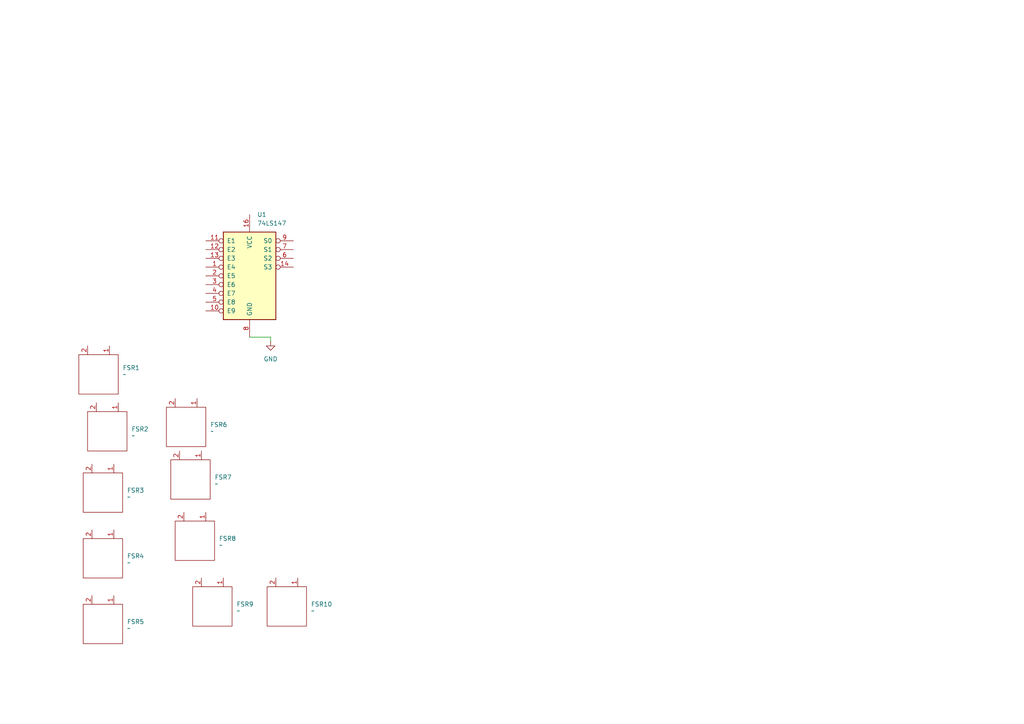
<source format=kicad_sch>
(kicad_sch (version 20231120) (generator "eeschema") (generator_version "8.0")
  (paper "A4")
  (lib_symbols
    (symbol "74xx:74LS147" (pin_names (offset 1.016))
      (property "Reference" "U" (at -7.62 13.97 0))
      (property "Value" "74LS147" (at -7.62 -13.97 0))
      (symbol "74LS147_1_0"
        (pin input inverted (at -12.7 2.54 0) (length 5.08) (name "E4") (number "1"))
        (pin input inverted (at -12.7 -10.16 0) (length 5.08) (name "E9") (number "10"))
        (pin input inverted (at -12.7 10.16 0) (length 5.08) (name "E1") (number "11"))
        (pin input inverted (at -12.7 7.62 0) (length 5.08) (name "E2") (number "12"))
        (pin input inverted (at -12.7 5.08 0) (length 5.08) (name "E3") (number "13"))
        (pin output inverted (at 12.7 2.54 180) (length 5.08) (name "S3") (number "14"))
        (pin power_in line (at 0 17.78 270) (length 5.08) (name "VCC") (number "16"))
        (pin input inverted (at -12.7 0 0) (length 5.08) (name "E5") (number "2"))
        (pin input inverted (at -12.7 -2.54 0) (length 5.08) (name "E6") (number "3"))
        (pin input inverted (at -12.7 -5.08 0) (length 5.08) (name "E7") (number "4"))
        (pin input inverted (at -12.7 -7.62 0) (length 5.08) (name "E8") (number "5"))
        (pin output inverted (at 12.7 5.08 180) (length 5.08) (name "S2") (number "6"))
        (pin output inverted (at 12.7 7.62 180) (length 5.08) (name "S1") (number "7"))
        (pin power_in line (at 0 -17.78 90) (length 5.08) (name "GND") (number "8"))
        (pin output inverted (at 12.7 10.16 180) (length 5.08) (name "S0") (number "9"))
      )
      (symbol "74LS147_1_1"
        (rectangle (start -7.62 12.7) (end 7.62 -12.7) (stroke (width 0.254)) (fill (type background)))
      )
    )
    (symbol "FSR_1"
      (property "Reference" "FSR1" (at 12.7 7.6201 0))
      (property "Value" "~" (at 12.7 5.715 0))
      (symbol "FSR_1_0_1"
        (rectangle (start 0 11.43) (end 11.43 0))
      )
      (symbol "FSR_1_1_1"
        (pin input line (at 8.89 13.97 270) (length 2.54) (name "") (number "1"))
        (pin output line (at 2.54 13.97 270) (length 2.54) (name "") (number "2"))
      )
    )
    (symbol "GunProject_lib:FSR"
      (property "Reference" "FSR" (at 7.112 4.572 0))
      (symbol "FSR_0_1"
        (rectangle (start 0 11.43) (end 11.43 0))
      )
      (symbol "FSR_1_1"
        (pin input line (at 8.89 13.97 270) (length 2.54) (name "") (number "1"))
        (pin output line (at 2.54 13.97 270) (length 2.54) (name "") (number "2"))
      )
    )
    (symbol "power:GND" (power) (pin_numbers hide) (pin_names (offset 0) hide)
      (property "Value" "GND" (at 0 -3.81 0))
      (symbol "GND_0_1"
        (polyline (pts (xy 0 0) (xy 0 -1.27) (xy 1.27 -1.27) (xy 0 -2.54) (xy -1.27 -1.27) (xy 0 -1.27)))
      )
      (symbol "GND_1_1"
        (pin power_in line (at 0 0 270) (length 0) (name "~") (number "1"))
      )
    )
  )
  (wire (pts (xy 72.39 97.79) (xy 78.486 97.79)))
  (wire (pts (xy 78.486 97.79) (xy 78.486 99.06)))
  (symbol (lib_id "GunProject_lib:FSR") (at 50.8 162.56 0) (unit 1)
    (property "Reference" "FSR8" (at 63.5 156.2099 0) (effects (justify left)))
    (property "Value" "~" (at 63.5 158.115 0) (effects (justify left)))
  )
  (symbol (lib_id "74xx:74LS147") (at 72.39 80.01 0) (unit 1)
    (property "Reference" "U1" (at 74.5841 62.23 0) (effects (justify left)))
    (property "Value" "74LS147" (at 74.5841 64.77 0) (effects (justify left)))
    (property "Datasheet" "https://www.alldatasheet.com/datasheet-pdf/pdf/27388/TI/74LS147.html" (effects (hide yes)))
    (property "Description" "Priority Encoder, 10 to 4" (effects (hide yes)))
  )
  (symbol (lib_id "GunProject_lib:FSR") (at 24.13 148.59 0) (unit 1)
    (property "Reference" "FSR3" (at 36.83 142.2399 0) (effects (justify left)))
    (property "Value" "~" (at 36.83 144.145 0) (effects (justify left)))
  )
  (symbol (lib_id "GunProject_lib:FSR") (at 25.4 130.81 0) (unit 1)
    (property "Reference" "FSR2" (at 38.1 124.4599 0) (effects (justify left)))
    (property "Value" "~" (at 38.1 126.365 0) (effects (justify left)))
  )
  (symbol (lib_id "GunProject_lib:FSR") (at 24.13 186.69 0) (unit 1)
    (property "Reference" "FSR5" (at 36.83 180.3399 0) (effects (justify left)))
    (property "Value" "~" (at 36.83 182.245 0) (effects (justify left)))
  )
  (symbol (lib_id "GunProject_lib:FSR") (at 24.13 167.64 0) (unit 1)
    (property "Reference" "FSR4" (at 36.83 161.2899 0) (effects (justify left)))
    (property "Value" "~" (at 36.83 163.195 0) (effects (justify left)))
  )
  (symbol (lib_id "GunProject_lib:FSR") (at 55.88 181.61 0) (unit 1)
    (property "Reference" "FSR9" (at 68.58 175.2599 0) (effects (justify left)))
    (property "Value" "~" (at 68.58 177.165 0) (effects (justify left)))
  )
  (symbol (lib_id "GunProject_lib:FSR") (at 48.26 129.54 0) (unit 1)
    (property "Reference" "FSR6" (at 60.96 123.1899 0) (effects (justify left)))
    (property "Value" "~" (at 60.96 125.095 0) (effects (justify left)))
  )
  (symbol (lib_id "GunProject_lib:FSR") (at 77.47 181.61 0) (unit 1)
    (property "Reference" "FSR10" (at 90.17 175.2599 0) (effects (justify left)))
    (property "Value" "~" (at 90.17 177.165 0) (effects (justify left)))
  )
  (symbol (lib_name "FSR_1") (lib_id "GunProject_lib:FSR") (at 22.86 114.3 0) (unit 1)
    (property "Reference" "FSR1" (at 35.56 106.6799 0) (effects (justify left)))
    (property "Value" "~" (at 35.56 108.585 0) (effects (justify left)))
  )
  (symbol (lib_id "power:GND") (at 78.486 99.06 0) (unit 1)
    (property "Reference" "#PWR01" (effects (hide yes)))
    (property "Value" "GND" (at 78.486 104.14 0))
    (property "Description" "Power symbol creates a global label with name \"GND\" , ground" (effects (hide yes)))
  )
  (symbol (lib_id "GunProject_lib:FSR") (at 49.53 144.78 0) (unit 1)
    (property "Reference" "FSR7" (at 62.23 138.4299 0) (effects (justify left)))
    (property "Value" "~" (at 62.23 140.335 0) (effects (justify left)))
  )
)
</source>
